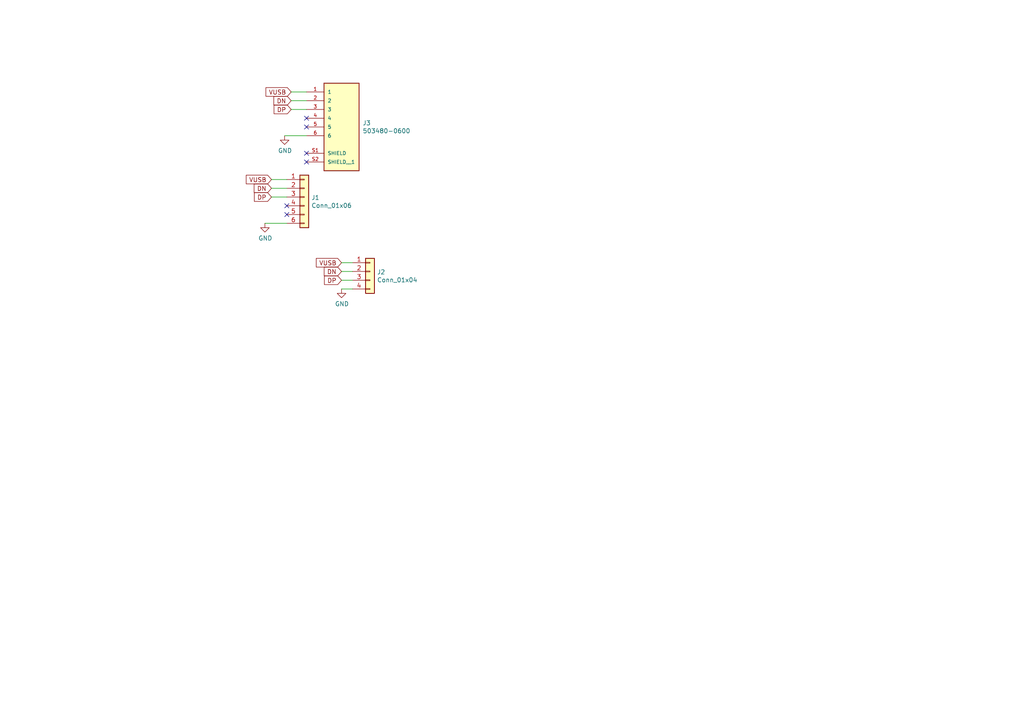
<source format=kicad_sch>
(kicad_sch (version 20210126) (generator eeschema)
  (paper "A4")
  (lib_symbols
    (symbol "Connector_Generic:Conn_01x04" (pin_names (offset 1.016) hide)
      (property "Reference" "J" (at 0 5.08 0))
      (property "Value" "Conn_01x04" (at 0 -7.62 0))
      (symbol "Conn_01x04_1_1"
        (rectangle (start -1.27 -4.953) (end 0 -5.207) (stroke (width 0.1524)))
        (rectangle (start -1.27 -2.413) (end 0 -2.667) (stroke (width 0.1524)))
        (rectangle (start -1.27 2.667) (end 0 2.413) (stroke (width 0.1524)))
        (rectangle (start -1.27 3.81) (end 1.27 -6.35) (stroke (width 0.254)) (fill (type background)))
        (rectangle (start -1.27 0.127) (end 0 -0.127) (stroke (width 0.1524)))
        (pin passive line (at -5.08 2.54 0) (length 3.81) (name "Pin_1") (number "1"))
        (pin passive line (at -5.08 0 0) (length 3.81) (name "Pin_2") (number "2"))
        (pin passive line (at -5.08 -2.54 0) (length 3.81) (name "Pin_3") (number "3"))
        (pin passive line (at -5.08 -5.08 0) (length 3.81) (name "Pin_4") (number "4"))
      )
    )
    (symbol "Connector_Generic:Conn_01x06" (pin_names (offset 1.016) hide)
      (property "Reference" "J" (at 0 7.62 0))
      (property "Value" "Conn_01x06" (at 0 -10.16 0))
      (symbol "Conn_01x06_1_1"
        (rectangle (start -1.27 -4.953) (end 0 -5.207) (stroke (width 0.1524)))
        (rectangle (start -1.27 -7.493) (end 0 -7.747) (stroke (width 0.1524)))
        (rectangle (start -1.27 -2.413) (end 0 -2.667) (stroke (width 0.1524)))
        (rectangle (start -1.27 2.667) (end 0 2.413) (stroke (width 0.1524)))
        (rectangle (start -1.27 5.207) (end 0 4.953) (stroke (width 0.1524)))
        (rectangle (start -1.27 6.35) (end 1.27 -8.89) (stroke (width 0.254)) (fill (type background)))
        (rectangle (start -1.27 0.127) (end 0 -0.127) (stroke (width 0.1524)))
        (pin passive line (at -5.08 5.08 0) (length 3.81) (name "Pin_1") (number "1"))
        (pin passive line (at -5.08 2.54 0) (length 3.81) (name "Pin_2") (number "2"))
        (pin passive line (at -5.08 0 0) (length 3.81) (name "Pin_3") (number "3"))
        (pin passive line (at -5.08 -2.54 0) (length 3.81) (name "Pin_4") (number "4"))
        (pin passive line (at -5.08 -5.08 0) (length 3.81) (name "Pin_5") (number "5"))
        (pin passive line (at -5.08 -7.62 0) (length 3.81) (name "Pin_6") (number "6"))
      )
    )
    (symbol "molex_503480-0600:503480-0600" (pin_names (offset 1.016))
      (property "Reference" "J" (at -5.08 11.43 0))
      (property "Value" "503480-0600" (at -5.08 -17.78 0))
      (symbol "503480-0600_0_0"
        (rectangle (start -5.08 -15.24) (end 5.08 10.16) (stroke (width 0.254)) (fill (type background)))
        (pin passive line (at -10.16 7.62 0) (length 5.08) (name "1") (number "1"))
        (pin passive line (at -10.16 -10.16 0) (length 5.08) (name "SHIELD") (number "S1"))
        (pin passive line (at -10.16 5.08 0) (length 5.08) (name "2") (number "2"))
        (pin passive line (at -10.16 2.54 0) (length 5.08) (name "3") (number "3"))
        (pin passive line (at -10.16 0 0) (length 5.08) (name "4") (number "4"))
        (pin passive line (at -10.16 -2.54 0) (length 5.08) (name "5") (number "5"))
        (pin passive line (at -10.16 -5.08 0) (length 5.08) (name "6") (number "6"))
        (pin passive line (at -10.16 -12.7 0) (length 5.08) (name "SHIELD__1") (number "S2"))
      )
    )
    (symbol "power:GND" (power) (pin_names (offset 0))
      (property "Value" "GND" (at 0 -3.81 0))
      (symbol "GND_0_1"
        (polyline (pts (xy 0 0) (xy 0 -1.27) (xy 1.27 -1.27) (xy 0 -2.54) (xy -1.27 -1.27) (xy 0 -1.27)))
      )
      (symbol "GND_1_1"
        (pin power_in line (at 0 0 270) (length 0) hide (name "GND") (number "1"))
      )
    )
  )
  (no_connect (at 83.185 59.69))
  (no_connect (at 83.185 62.23))
  (no_connect (at 88.9 34.29))
  (no_connect (at 88.9 36.83))
  (no_connect (at 88.9 44.45))
  (no_connect (at 88.9 46.99))
  (wire (pts (xy 76.835 64.77) (xy 83.185 64.77)))
  (wire (pts (xy 78.74 52.07) (xy 83.185 52.07)))
  (wire (pts (xy 78.74 54.61) (xy 83.185 54.61)))
  (wire (pts (xy 78.74 57.15) (xy 83.185 57.15)))
  (wire (pts (xy 82.55 39.37) (xy 88.9 39.37)))
  (wire (pts (xy 84.455 26.67) (xy 88.9 26.67)))
  (wire (pts (xy 84.455 29.21) (xy 88.9 29.21)))
  (wire (pts (xy 84.455 31.75) (xy 88.9 31.75)))
  (wire (pts (xy 99.06 76.2) (xy 102.235 76.2)))
  (wire (pts (xy 99.06 78.74) (xy 102.235 78.74)))
  (wire (pts (xy 99.06 81.28) (xy 102.235 81.28)))
  (wire (pts (xy 99.06 83.82) (xy 102.235 83.82)))
  (global_label "VUSB" (shape input) (at 78.74 52.07 180) (property "Intersheet References" "${INTERSHEET_REFS}" (effects hide)))
  (global_label "DN" (shape input) (at 78.74 54.61 180) (property "Intersheet References" "${INTERSHEET_REFS}" (effects hide)))
  (global_label "DP" (shape input) (at 78.74 57.15 180) (property "Intersheet References" "${INTERSHEET_REFS}" (effects hide)))
  (global_label "VUSB" (shape input) (at 84.455 26.67 180) (property "Intersheet References" "${INTERSHEET_REFS}" (effects hide)))
  (global_label "DN" (shape input) (at 84.455 29.21 180) (property "Intersheet References" "${INTERSHEET_REFS}" (effects hide)))
  (global_label "DP" (shape input) (at 84.455 31.75 180) (property "Intersheet References" "${INTERSHEET_REFS}" (effects hide)))
  (global_label "VUSB" (shape input) (at 99.06 76.2 180) (property "Intersheet References" "${INTERSHEET_REFS}" (effects hide)))
  (global_label "DN" (shape input) (at 99.06 78.74 180) (property "Intersheet References" "${INTERSHEET_REFS}" (effects hide)))
  (global_label "DP" (shape input) (at 99.06 81.28 180) (property "Intersheet References" "${INTERSHEET_REFS}" (effects hide)))
  (symbol (lib_id "power:GND") (at 76.835 64.77 0) (unit 1)
    (property "Reference" "#PWR0101" (effects hide))
    (property "Value" "GND" (at 76.9493 69.0944 0))
  )
  (symbol (lib_id "power:GND") (at 82.55 39.37 0) (unit 1)
    (property "Reference" "#PWR0103" (effects hide))
    (property "Value" "GND" (at 82.6643 43.6944 0))
  )
  (symbol (lib_id "power:GND") (at 99.06 83.82 0) (unit 1)
    (property "Reference" "#PWR0102" (effects hide))
    (property "Value" "GND" (at 99.1743 88.1444 0))
  )
  (symbol (lib_id "Connector_Generic:Conn_01x04") (at 107.315 78.74 0) (unit 1)
    (property "Reference" "J2" (at 109.3471 78.9114 0) (effects (justify left)))
    (property "Value" "Conn_01x04" (at 109.3471 81.2101 0) (effects (justify left)))
    (property "Footprint" "Connector_PinHeader_2.00mm:PinHeader_1x04_P2.00mm_Vertical" (effects hide))
  )
  (symbol (lib_id "Connector_Generic:Conn_01x06") (at 88.265 57.15 0) (unit 1)
    (property "Reference" "J1" (at 90.2971 57.3214 0) (effects (justify left)))
    (property "Value" "Conn_01x06" (at 90.2971 59.6201 0) (effects (justify left)))
    (property "Footprint" "backplate:ffc-strip" (effects hide))
  )
  (symbol (lib_id "molex_503480-0600:503480-0600") (at 99.06 34.29 0) (unit 1)
    (property "Reference" "J3" (at 105.1561 35.6806 0) (effects (justify left)))
    (property "Value" "503480-0600" (at 105.1561 37.9793 0) (effects (justify left)))
    (property "Footprint" "MOLEX_503480-0600" (effects hide))
    (property "PARTREV" "H" (effects hide))
    (property "STANDARD" "Manufacturer Recommendations" (effects hide))
    (property "MAXIMUM_PACKAGE_HEIGHT" "1.87 mm" (effects hide))
    (property "MANUFACTURER" "Molex" (effects hide))
  )
)
</source>
